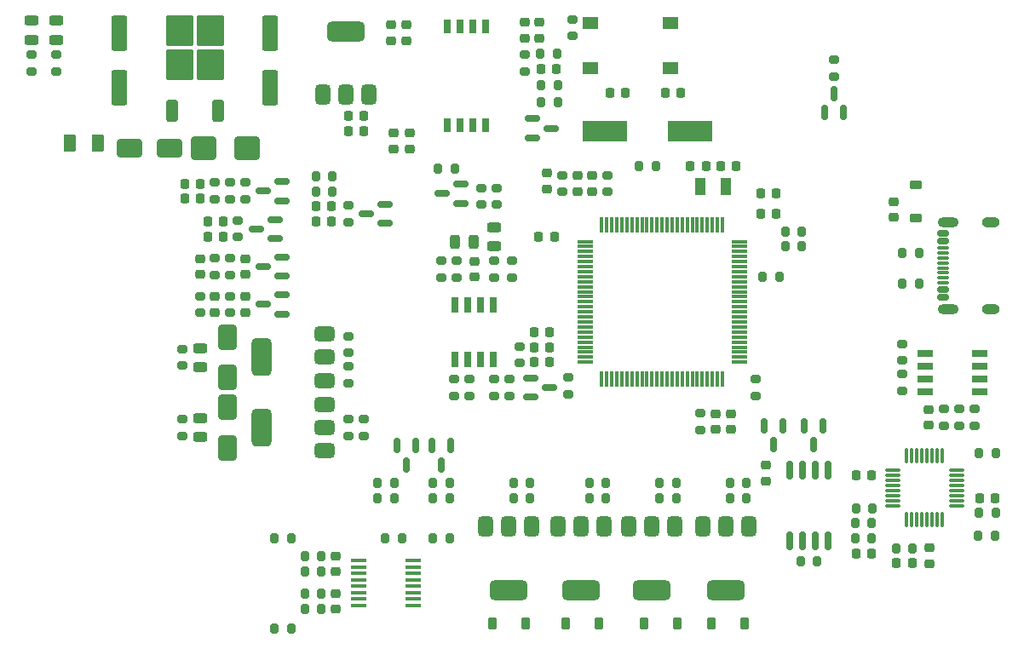
<source format=gbr>
%TF.GenerationSoftware,KiCad,Pcbnew,8.0.6*%
%TF.CreationDate,2025-01-10T15:23:21+07:00*%
%TF.ProjectId,NO2C,4e4f3243-2e6b-4696-9361-645f70636258,vD1*%
%TF.SameCoordinates,Original*%
%TF.FileFunction,Paste,Top*%
%TF.FilePolarity,Positive*%
%FSLAX46Y46*%
G04 Gerber Fmt 4.6, Leading zero omitted, Abs format (unit mm)*
G04 Created by KiCad (PCBNEW 8.0.6) date 2025-01-10 15:23:21*
%MOMM*%
%LPD*%
G01*
G04 APERTURE LIST*
G04 Aperture macros list*
%AMRoundRect*
0 Rectangle with rounded corners*
0 $1 Rounding radius*
0 $2 $3 $4 $5 $6 $7 $8 $9 X,Y pos of 4 corners*
0 Add a 4 corners polygon primitive as box body*
4,1,4,$2,$3,$4,$5,$6,$7,$8,$9,$2,$3,0*
0 Add four circle primitives for the rounded corners*
1,1,$1+$1,$2,$3*
1,1,$1+$1,$4,$5*
1,1,$1+$1,$6,$7*
1,1,$1+$1,$8,$9*
0 Add four rect primitives between the rounded corners*
20,1,$1+$1,$2,$3,$4,$5,0*
20,1,$1+$1,$4,$5,$6,$7,0*
20,1,$1+$1,$6,$7,$8,$9,0*
20,1,$1+$1,$8,$9,$2,$3,0*%
G04 Aperture macros list end*
%ADD10R,1.525000X0.650000*%
%ADD11RoundRect,0.200000X0.275000X-0.200000X0.275000X0.200000X-0.275000X0.200000X-0.275000X-0.200000X0*%
%ADD12RoundRect,0.150000X0.150000X-0.587500X0.150000X0.587500X-0.150000X0.587500X-0.150000X-0.587500X0*%
%ADD13RoundRect,0.225000X-0.250000X0.225000X-0.250000X-0.225000X0.250000X-0.225000X0.250000X0.225000X0*%
%ADD14RoundRect,0.225000X0.225000X0.250000X-0.225000X0.250000X-0.225000X-0.250000X0.225000X-0.250000X0*%
%ADD15RoundRect,0.225000X-0.225000X-0.250000X0.225000X-0.250000X0.225000X0.250000X-0.225000X0.250000X0*%
%ADD16RoundRect,0.225000X0.250000X-0.225000X0.250000X0.225000X-0.250000X0.225000X-0.250000X-0.225000X0*%
%ADD17RoundRect,0.250000X0.550000X-1.500000X0.550000X1.500000X-0.550000X1.500000X-0.550000X-1.500000X0*%
%ADD18RoundRect,0.150000X-0.150000X0.587500X-0.150000X-0.587500X0.150000X-0.587500X0.150000X0.587500X0*%
%ADD19RoundRect,0.250000X1.000000X0.650000X-1.000000X0.650000X-1.000000X-0.650000X1.000000X-0.650000X0*%
%ADD20RoundRect,0.243750X0.456250X-0.243750X0.456250X0.243750X-0.456250X0.243750X-0.456250X-0.243750X0*%
%ADD21RoundRect,0.243750X-0.456250X0.243750X-0.456250X-0.243750X0.456250X-0.243750X0.456250X0.243750X0*%
%ADD22RoundRect,0.243750X0.243750X0.456250X-0.243750X0.456250X-0.243750X-0.456250X0.243750X-0.456250X0*%
%ADD23RoundRect,0.375000X0.625000X0.375000X-0.625000X0.375000X-0.625000X-0.375000X0.625000X-0.375000X0*%
%ADD24RoundRect,0.500000X0.500000X1.400000X-0.500000X1.400000X-0.500000X-1.400000X0.500000X-1.400000X0*%
%ADD25RoundRect,0.375000X-0.375000X0.625000X-0.375000X-0.625000X0.375000X-0.625000X0.375000X0.625000X0*%
%ADD26RoundRect,0.500000X-1.400000X0.500000X-1.400000X-0.500000X1.400000X-0.500000X1.400000X0.500000X0*%
%ADD27RoundRect,0.250000X0.350000X-0.850000X0.350000X0.850000X-0.350000X0.850000X-0.350000X-0.850000X0*%
%ADD28RoundRect,0.250000X1.125000X-1.275000X1.125000X1.275000X-1.125000X1.275000X-1.125000X-1.275000X0*%
%ADD29RoundRect,0.200000X-0.275000X0.200000X-0.275000X-0.200000X0.275000X-0.200000X0.275000X0.200000X0*%
%ADD30RoundRect,0.200000X-0.200000X-0.275000X0.200000X-0.275000X0.200000X0.275000X-0.200000X0.275000X0*%
%ADD31RoundRect,0.200000X0.200000X0.275000X-0.200000X0.275000X-0.200000X-0.275000X0.200000X-0.275000X0*%
%ADD32RoundRect,0.150000X0.587500X0.150000X-0.587500X0.150000X-0.587500X-0.150000X0.587500X-0.150000X0*%
%ADD33RoundRect,0.250000X-0.650000X1.000000X-0.650000X-1.000000X0.650000X-1.000000X0.650000X1.000000X0*%
%ADD34R,0.650000X1.525000*%
%ADD35RoundRect,0.150000X-0.587500X-0.150000X0.587500X-0.150000X0.587500X0.150000X-0.587500X0.150000X0*%
%ADD36R,1.550000X0.435000*%
%ADD37R,1.550000X1.300000*%
%ADD38RoundRect,0.225000X0.225000X0.375000X-0.225000X0.375000X-0.225000X-0.375000X0.225000X-0.375000X0*%
%ADD39RoundRect,0.150000X-0.150000X0.800000X-0.150000X-0.800000X0.150000X-0.800000X0.150000X0.800000X0*%
%ADD40RoundRect,0.250000X0.375000X0.625000X-0.375000X0.625000X-0.375000X-0.625000X0.375000X-0.625000X0*%
%ADD41RoundRect,0.075000X-0.075000X0.725000X-0.075000X-0.725000X0.075000X-0.725000X0.075000X0.725000X0*%
%ADD42RoundRect,0.075000X-0.725000X0.075000X-0.725000X-0.075000X0.725000X-0.075000X0.725000X0.075000X0*%
%ADD43RoundRect,0.225000X-0.375000X0.225000X-0.375000X-0.225000X0.375000X-0.225000X0.375000X0.225000X0*%
%ADD44RoundRect,0.225000X-0.225000X-0.375000X0.225000X-0.375000X0.225000X0.375000X-0.225000X0.375000X0*%
%ADD45RoundRect,0.075000X0.675000X0.075000X-0.675000X0.075000X-0.675000X-0.075000X0.675000X-0.075000X0*%
%ADD46RoundRect,0.075000X0.075000X0.675000X-0.075000X0.675000X-0.075000X-0.675000X0.075000X-0.675000X0*%
%ADD47R,4.500000X2.000000*%
%ADD48R,1.000000X1.800000*%
%ADD49RoundRect,0.150000X0.425000X-0.150000X0.425000X0.150000X-0.425000X0.150000X-0.425000X-0.150000X0*%
%ADD50RoundRect,0.075000X0.500000X-0.075000X0.500000X0.075000X-0.500000X0.075000X-0.500000X-0.075000X0*%
%ADD51O,2.100000X1.000000*%
%ADD52O,1.800000X1.000000*%
%ADD53RoundRect,0.375000X0.375000X-0.625000X0.375000X0.625000X-0.375000X0.625000X-0.375000X-0.625000X0*%
%ADD54RoundRect,0.500000X1.400000X-0.500000X1.400000X0.500000X-1.400000X0.500000X-1.400000X-0.500000X0*%
%ADD55RoundRect,0.250000X0.650000X-1.000000X0.650000X1.000000X-0.650000X1.000000X-0.650000X-1.000000X0*%
%ADD56R,0.690000X1.350000*%
%ADD57RoundRect,0.250000X1.000000X0.900000X-1.000000X0.900000X-1.000000X-0.900000X1.000000X-0.900000X0*%
G04 APERTURE END LIST*
D10*
%TO.C,IC3*%
X96788000Y29655000D03*
X96788000Y28385000D03*
X96788000Y27115000D03*
X96788000Y25845000D03*
X102212000Y25845000D03*
X102212000Y27115000D03*
X102212000Y28385000D03*
X102212000Y29655000D03*
%TD*%
D11*
%TO.C,R62*%
X87750000Y57175000D03*
X87750000Y58825000D03*
%TD*%
D12*
%TO.C,D19*%
X86800000Y53562500D03*
X88700000Y53562500D03*
X87750000Y55437500D03*
%TD*%
D13*
%TO.C,C9*%
X29250000Y35250000D03*
X29250000Y33700000D03*
%TD*%
D14*
%TO.C,C12*%
X82025000Y43500000D03*
X80475000Y43500000D03*
%TD*%
D15*
%TO.C,C13*%
X58425000Y41250000D03*
X59975000Y41250000D03*
%TD*%
D14*
%TO.C,C2*%
X27050000Y41250000D03*
X25500000Y41250000D03*
%TD*%
D16*
%TO.C,C3*%
X52000000Y37225000D03*
X52000000Y38775000D03*
%TD*%
D14*
%TO.C,C19*%
X37850000Y44250000D03*
X36300000Y44250000D03*
%TD*%
D15*
%TO.C,C15*%
X57975000Y30250000D03*
X59525000Y30250000D03*
%TD*%
D16*
%TO.C,C16*%
X59250000Y45975000D03*
X59250000Y47525000D03*
%TD*%
D17*
%TO.C,C5*%
X31750000Y56050000D03*
X31750000Y61450000D03*
%TD*%
D16*
%TO.C,C14*%
X57000000Y60975000D03*
X57000000Y62525000D03*
%TD*%
%TO.C,C11*%
X38250000Y7950000D03*
X38250000Y9500000D03*
%TD*%
D18*
%TO.C,D2*%
X49700000Y20437500D03*
X47800000Y20437500D03*
X48750000Y18562500D03*
%TD*%
D19*
%TO.C,D3*%
X21750000Y50000000D03*
X17750000Y50000000D03*
%TD*%
D20*
%TO.C,LED1*%
X24750000Y28282500D03*
X24750000Y30157500D03*
%TD*%
D21*
%TO.C,LED3*%
X24750000Y23187500D03*
X24750000Y21312500D03*
%TD*%
D22*
%TO.C,LED2*%
X51937500Y40750000D03*
X50062500Y40750000D03*
%TD*%
D21*
%TO.C,LED4*%
X54000000Y42187500D03*
X54000000Y40312500D03*
%TD*%
D23*
%TO.C,Q1*%
X37150000Y26950000D03*
X37150000Y29250000D03*
D24*
X30850000Y29250000D03*
D23*
X37150000Y31550000D03*
%TD*%
%TO.C,Q2*%
X37150000Y19950000D03*
X37150000Y22250000D03*
D24*
X30850000Y22250000D03*
D23*
X37150000Y24550000D03*
%TD*%
D25*
%TO.C,Q5*%
X57700000Y12400000D03*
X55400000Y12400000D03*
D26*
X55400000Y6100000D03*
D25*
X53100000Y12400000D03*
%TD*%
%TO.C,Q6*%
X64925000Y12400000D03*
X62625000Y12400000D03*
D26*
X62625000Y6100000D03*
D25*
X60325000Y12400000D03*
%TD*%
%TO.C,Q3*%
X71950000Y12400000D03*
X69650000Y12400000D03*
D26*
X69650000Y6100000D03*
D25*
X67350000Y12400000D03*
%TD*%
%TO.C,Q4*%
X79300000Y12400000D03*
X77000000Y12400000D03*
D26*
X77000000Y6100000D03*
D25*
X74700000Y12400000D03*
%TD*%
D27*
%TO.C,U1*%
X21970000Y53710000D03*
D28*
X22725000Y58335000D03*
X25775000Y58335000D03*
X22725000Y61685000D03*
X25775000Y61685000D03*
D27*
X26530000Y53710000D03*
%TD*%
D17*
%TO.C,C4*%
X16750000Y56050000D03*
X16750000Y61450000D03*
%TD*%
D29*
%TO.C,R7*%
X39500000Y28325000D03*
X39500000Y26675000D03*
%TD*%
%TO.C,R9*%
X24750000Y35300000D03*
X24750000Y33650000D03*
%TD*%
D30*
%TO.C,R10*%
X36250000Y47250000D03*
X37900000Y47250000D03*
%TD*%
D11*
%TO.C,R6*%
X54000000Y37175000D03*
X54000000Y38825000D03*
%TD*%
%TO.C,R3*%
X48750000Y37175000D03*
X48750000Y38825000D03*
%TD*%
%TO.C,R2*%
X50250000Y37175000D03*
X50250000Y38825000D03*
%TD*%
D31*
%TO.C,R8*%
X82325000Y37250000D03*
X80675000Y37250000D03*
%TD*%
%TO.C,R11*%
X37900000Y45725000D03*
X36250000Y45725000D03*
%TD*%
D14*
%TO.C,C1*%
X27050000Y42750000D03*
X25500000Y42750000D03*
%TD*%
D29*
%TO.C,R1*%
X23000000Y30075000D03*
X23000000Y28425000D03*
%TD*%
%TO.C,R4*%
X28525000Y42825000D03*
X28525000Y41175000D03*
%TD*%
D31*
%TO.C,R12*%
X50075000Y48000000D03*
X48425000Y48000000D03*
%TD*%
D29*
%TO.C,R13*%
X54250000Y46075000D03*
X54250000Y44425000D03*
%TD*%
D32*
%TO.C,Q7*%
X50687500Y44550000D03*
X50687500Y46450000D03*
X48812500Y45500000D03*
%TD*%
D15*
%TO.C,C22*%
X57975000Y28750000D03*
X59525000Y28750000D03*
%TD*%
D29*
%TO.C,R14*%
X50000000Y27075000D03*
X50000000Y25425000D03*
%TD*%
D16*
%TO.C,C8*%
X26250000Y33700000D03*
X26250000Y35250000D03*
%TD*%
D14*
%TO.C,C21*%
X82025000Y45500000D03*
X80475000Y45500000D03*
%TD*%
%TO.C,C20*%
X37850000Y42750000D03*
X36300000Y42750000D03*
%TD*%
D11*
%TO.C,R5*%
X39500000Y29675000D03*
X39500000Y31325000D03*
%TD*%
D33*
%TO.C,D1*%
X27500000Y31220000D03*
X27500000Y27220000D03*
%TD*%
D34*
%TO.C,IC1*%
X50095000Y29038000D03*
X51365000Y29038000D03*
X52635000Y29038000D03*
X53905000Y29038000D03*
X53905000Y34462000D03*
X52635000Y34462000D03*
X51365000Y34462000D03*
X50095000Y34462000D03*
%TD*%
D32*
%TO.C,D6*%
X32212500Y41050000D03*
X32212500Y42950000D03*
X30337500Y42000000D03*
%TD*%
D35*
%TO.C,D5*%
X57625000Y27200000D03*
X57625000Y25300000D03*
X59500000Y26250000D03*
%TD*%
D11*
%TO.C,R15*%
X61375000Y25575000D03*
X61375000Y27225000D03*
%TD*%
D16*
%TO.C,C18*%
X45633000Y49955000D03*
X45633000Y51505000D03*
%TD*%
%TO.C,C17*%
X44000000Y49975000D03*
X44000000Y51525000D03*
%TD*%
D15*
%TO.C,C28*%
X57975000Y31750000D03*
X59525000Y31750000D03*
%TD*%
D30*
%TO.C,R34*%
X47925000Y11250000D03*
X49575000Y11250000D03*
%TD*%
D32*
%TO.C,D8*%
X32937500Y37300000D03*
X32937500Y39200000D03*
X31062500Y38250000D03*
%TD*%
D35*
%TO.C,D17*%
X57812500Y52950000D03*
X57812500Y51050000D03*
X59687500Y52000000D03*
%TD*%
D18*
%TO.C,D20*%
X86700000Y22437500D03*
X84800000Y22437500D03*
X85750000Y20562500D03*
%TD*%
D15*
%TO.C,C31*%
X76475000Y48250000D03*
X78025000Y48250000D03*
%TD*%
%TO.C,C36*%
X93975000Y8750000D03*
X95525000Y8750000D03*
%TD*%
D29*
%TO.C,R84*%
X94500000Y30575000D03*
X94500000Y28925000D03*
%TD*%
D11*
%TO.C,R33*%
X41000000Y21425000D03*
X41000000Y23075000D03*
%TD*%
D36*
%TO.C,U3*%
X45950000Y4576000D03*
X45950000Y5210000D03*
X45950000Y5846000D03*
X45950000Y6480000D03*
X45950000Y7116000D03*
X45950000Y7750000D03*
X45950000Y8386000D03*
X45950000Y9020000D03*
X40500000Y9020000D03*
X40500000Y8386000D03*
X40500000Y7750000D03*
X40500000Y7116000D03*
X40500000Y6480000D03*
X40500000Y5846000D03*
X40500000Y5210000D03*
X40500000Y4576000D03*
%TD*%
D32*
%TO.C,D18*%
X43187500Y42550000D03*
X43187500Y44450000D03*
X41312500Y43500000D03*
%TD*%
D29*
%TO.C,R19*%
X51500000Y27075000D03*
X51500000Y25425000D03*
%TD*%
D30*
%TO.C,R21*%
X42425000Y16750000D03*
X44075000Y16750000D03*
%TD*%
D16*
%TO.C,C39*%
X93700000Y43175000D03*
X93700000Y44725000D03*
%TD*%
D31*
%TO.C,R42*%
X79075000Y16750000D03*
X77425000Y16750000D03*
%TD*%
%TO.C,R75*%
X95575000Y10250000D03*
X93925000Y10250000D03*
%TD*%
%TO.C,R77*%
X103825000Y13750000D03*
X102175000Y13750000D03*
%TD*%
%TO.C,R44*%
X57575000Y16750000D03*
X55925000Y16750000D03*
%TD*%
D11*
%TO.C,R85*%
X94500000Y25925000D03*
X94500000Y27575000D03*
%TD*%
D29*
%TO.C,R66*%
X56500000Y30325000D03*
X56500000Y28675000D03*
%TD*%
D18*
%TO.C,D14*%
X46200000Y20437500D03*
X44300000Y20437500D03*
X45250000Y18562500D03*
%TD*%
D37*
%TO.C,SW1*%
X71475000Y58000000D03*
X63525000Y58000000D03*
X71475000Y62500000D03*
X63525000Y62500000D03*
%TD*%
D38*
%TO.C,D9*%
X72150000Y2750000D03*
X68850000Y2750000D03*
%TD*%
D30*
%TO.C,R59*%
X58675000Y56250000D03*
X60325000Y56250000D03*
%TD*%
D18*
%TO.C,D21*%
X82700000Y22437500D03*
X80800000Y22437500D03*
X81750000Y20562500D03*
%TD*%
D16*
%TO.C,C42*%
X43740000Y60725000D03*
X43740000Y62275000D03*
%TD*%
D39*
%TO.C,U5*%
X87155000Y18000000D03*
X85885000Y18000000D03*
X84615000Y18000000D03*
X83345000Y18000000D03*
X83345000Y11000000D03*
X84615000Y11000000D03*
X85885000Y11000000D03*
X87155000Y11000000D03*
%TD*%
D11*
%TO.C,R39*%
X65250000Y45675000D03*
X65250000Y47325000D03*
%TD*%
%TO.C,R36*%
X27750000Y33650000D03*
X27750000Y35300000D03*
%TD*%
D14*
%TO.C,C40*%
X41025000Y51750000D03*
X39475000Y51750000D03*
%TD*%
D38*
%TO.C,D12*%
X57150000Y2750000D03*
X53850000Y2750000D03*
%TD*%
D11*
%TO.C,R38*%
X60750000Y45675000D03*
X60750000Y47325000D03*
%TD*%
D40*
%TO.C,F1*%
X14650000Y50500000D03*
X11850000Y50500000D03*
%TD*%
D13*
%TO.C,C25*%
X62250000Y47275000D03*
X62250000Y45725000D03*
%TD*%
D30*
%TO.C,R73*%
X82925000Y40250000D03*
X84575000Y40250000D03*
%TD*%
%TO.C,R86*%
X102175000Y19750000D03*
X103825000Y19750000D03*
%TD*%
D15*
%TO.C,C48*%
X89975000Y17500000D03*
X91525000Y17500000D03*
%TD*%
D13*
%TO.C,C10*%
X38250000Y5750000D03*
X38250000Y4200000D03*
%TD*%
D14*
%TO.C,C32*%
X24775000Y46500000D03*
X23225000Y46500000D03*
%TD*%
D29*
%TO.C,R51*%
X39490000Y44325000D03*
X39490000Y42675000D03*
%TD*%
D30*
%TO.C,R20*%
X47925000Y16750000D03*
X49575000Y16750000D03*
%TD*%
D21*
%TO.C,LED6*%
X8000000Y62687500D03*
X8000000Y60812500D03*
%TD*%
D13*
%TO.C,C7*%
X29250000Y39025000D03*
X29250000Y37475000D03*
%TD*%
D30*
%TO.C,R70*%
X84425000Y9000000D03*
X86075000Y9000000D03*
%TD*%
D41*
%TO.C,U2*%
X76675000Y42425000D03*
X76175000Y42425000D03*
X75675000Y42425000D03*
X75175000Y42425000D03*
X74675000Y42425000D03*
X74175000Y42425000D03*
X73675000Y42425000D03*
X73175000Y42425000D03*
X72675000Y42425000D03*
X72175000Y42425000D03*
X71675000Y42425000D03*
X71175000Y42425000D03*
X70675000Y42425000D03*
X70175000Y42425000D03*
X69675000Y42425000D03*
X69175000Y42425000D03*
X68675000Y42425000D03*
X68175000Y42425000D03*
X67675000Y42425000D03*
X67175000Y42425000D03*
X66675000Y42425000D03*
X66175000Y42425000D03*
X65675000Y42425000D03*
X65175000Y42425000D03*
X64675000Y42425000D03*
D42*
X63000000Y40750000D03*
X63000000Y40250000D03*
X63000000Y39750000D03*
X63000000Y39250000D03*
X63000000Y38750000D03*
X63000000Y38250000D03*
X63000000Y37750000D03*
X63000000Y37250000D03*
X63000000Y36750000D03*
X63000000Y36250000D03*
X63000000Y35750000D03*
X63000000Y35250000D03*
X63000000Y34750000D03*
X63000000Y34250000D03*
X63000000Y33750000D03*
X63000000Y33250000D03*
X63000000Y32750000D03*
X63000000Y32250000D03*
X63000000Y31750000D03*
X63000000Y31250000D03*
X63000000Y30750000D03*
X63000000Y30250000D03*
X63000000Y29750000D03*
X63000000Y29250000D03*
X63000000Y28750000D03*
D41*
X64675000Y27075000D03*
X65175000Y27075000D03*
X65675000Y27075000D03*
X66175000Y27075000D03*
X66675000Y27075000D03*
X67175000Y27075000D03*
X67675000Y27075000D03*
X68175000Y27075000D03*
X68675000Y27075000D03*
X69175000Y27075000D03*
X69675000Y27075000D03*
X70175000Y27075000D03*
X70675000Y27075000D03*
X71175000Y27075000D03*
X71675000Y27075000D03*
X72175000Y27075000D03*
X72675000Y27075000D03*
X73175000Y27075000D03*
X73675000Y27075000D03*
X74175000Y27075000D03*
X74675000Y27075000D03*
X75175000Y27075000D03*
X75675000Y27075000D03*
X76175000Y27075000D03*
X76675000Y27075000D03*
D42*
X78350000Y28750000D03*
X78350000Y29250000D03*
X78350000Y29750000D03*
X78350000Y30250000D03*
X78350000Y30750000D03*
X78350000Y31250000D03*
X78350000Y31750000D03*
X78350000Y32250000D03*
X78350000Y32750000D03*
X78350000Y33250000D03*
X78350000Y33750000D03*
X78350000Y34250000D03*
X78350000Y34750000D03*
X78350000Y35250000D03*
X78350000Y35750000D03*
X78350000Y36250000D03*
X78350000Y36750000D03*
X78350000Y37250000D03*
X78350000Y37750000D03*
X78350000Y38250000D03*
X78350000Y38750000D03*
X78350000Y39250000D03*
X78350000Y39750000D03*
X78350000Y40250000D03*
X78350000Y40750000D03*
%TD*%
D14*
%TO.C,C37*%
X91525000Y9750000D03*
X89975000Y9750000D03*
%TD*%
D11*
%TO.C,R29*%
X55750000Y37175000D03*
X55750000Y38825000D03*
%TD*%
D43*
%TO.C,D4*%
X95900000Y46350000D03*
X95900000Y43050000D03*
%TD*%
D31*
%TO.C,R52*%
X72075000Y15250000D03*
X70425000Y15250000D03*
%TD*%
%TO.C,R37*%
X72075000Y16750000D03*
X70425000Y16750000D03*
%TD*%
D11*
%TO.C,R57*%
X29250000Y44950000D03*
X29250000Y46600000D03*
%TD*%
D30*
%TO.C,R76*%
X102075000Y11500000D03*
X103725000Y11500000D03*
%TD*%
D11*
%TO.C,R31*%
X39500000Y21425000D03*
X39500000Y23075000D03*
%TD*%
D31*
%TO.C,R78*%
X91500000Y12750000D03*
X89850000Y12750000D03*
%TD*%
%TO.C,R72*%
X96225000Y39650000D03*
X94575000Y39650000D03*
%TD*%
D11*
%TO.C,R27*%
X23000000Y21425000D03*
X23000000Y23075000D03*
%TD*%
D16*
%TO.C,C34*%
X58500000Y60975000D03*
X58500000Y62525000D03*
%TD*%
D32*
%TO.C,D13*%
X32937500Y44800000D03*
X32937500Y46700000D03*
X31062500Y45750000D03*
%TD*%
D16*
%TO.C,C6*%
X24750000Y37475000D03*
X24750000Y39025000D03*
%TD*%
D30*
%TO.C,R48*%
X35175000Y9475000D03*
X36825000Y9475000D03*
%TD*%
D14*
%TO.C,C27*%
X67025000Y55500000D03*
X65475000Y55500000D03*
%TD*%
%TO.C,C35*%
X60162500Y57925000D03*
X58612500Y57925000D03*
%TD*%
D32*
%TO.C,D10*%
X32937500Y33550000D03*
X32937500Y35450000D03*
X31062500Y34500000D03*
%TD*%
D14*
%TO.C,C47*%
X103775000Y15250000D03*
X102225000Y15250000D03*
%TD*%
D15*
%TO.C,C26*%
X70975000Y55500000D03*
X72525000Y55500000D03*
%TD*%
D11*
%TO.C,R83*%
X98700000Y22425000D03*
X98700000Y24075000D03*
%TD*%
%TO.C,R30*%
X27750000Y37425000D03*
X27750000Y39075000D03*
%TD*%
D31*
%TO.C,R61*%
X65075000Y15250000D03*
X63425000Y15250000D03*
%TD*%
D30*
%TO.C,R46*%
X35175000Y4250000D03*
X36825000Y4250000D03*
%TD*%
D11*
%TO.C,R55*%
X27750000Y44950000D03*
X27750000Y46600000D03*
%TD*%
%TO.C,R41*%
X74500000Y22025000D03*
X74500000Y23675000D03*
%TD*%
%TO.C,R16*%
X61750000Y61175000D03*
X61750000Y62825000D03*
%TD*%
D29*
%TO.C,R82*%
X100200000Y24075000D03*
X100200000Y22425000D03*
%TD*%
%TO.C,R32*%
X54000000Y27075000D03*
X54000000Y25425000D03*
%TD*%
D44*
%TO.C,D11*%
X75600000Y2750000D03*
X78900000Y2750000D03*
%TD*%
D13*
%TO.C,C45*%
X97200000Y24025000D03*
X97200000Y22475000D03*
%TD*%
D14*
%TO.C,C30*%
X75025000Y48250000D03*
X73475000Y48250000D03*
%TD*%
D45*
%TO.C,U7*%
X99925000Y14500000D03*
X99925000Y15000000D03*
X99925000Y15500000D03*
X99925000Y16000000D03*
X99925000Y16500000D03*
X99925000Y17000000D03*
X99925000Y17500000D03*
X99925000Y18000000D03*
D46*
X98500000Y19425000D03*
X98000000Y19425000D03*
X97500000Y19425000D03*
X97000000Y19425000D03*
X96500000Y19425000D03*
X96000000Y19425000D03*
X95500000Y19425000D03*
X95000000Y19425000D03*
D45*
X93575000Y18000000D03*
X93575000Y17500000D03*
X93575000Y17000000D03*
X93575000Y16500000D03*
X93575000Y16000000D03*
X93575000Y15500000D03*
X93575000Y15000000D03*
X93575000Y14500000D03*
D46*
X95000000Y13075000D03*
X95500000Y13075000D03*
X96000000Y13075000D03*
X96500000Y13075000D03*
X97000000Y13075000D03*
X97500000Y13075000D03*
X98000000Y13075000D03*
X98500000Y13075000D03*
%TD*%
D31*
%TO.C,R53*%
X79075000Y15250000D03*
X77425000Y15250000D03*
%TD*%
D29*
%TO.C,R45*%
X57000000Y59325000D03*
X57000000Y57675000D03*
%TD*%
%TO.C,R81*%
X101700000Y24075000D03*
X101700000Y22425000D03*
%TD*%
%TO.C,R28*%
X55500000Y27075000D03*
X55500000Y25425000D03*
%TD*%
D31*
%TO.C,R23*%
X33825000Y2250000D03*
X32175000Y2250000D03*
%TD*%
D14*
%TO.C,C41*%
X41025000Y53250000D03*
X39475000Y53250000D03*
%TD*%
D21*
%TO.C,LED5*%
X10500000Y62687500D03*
X10500000Y60812500D03*
%TD*%
D31*
%TO.C,R35*%
X44825000Y11250000D03*
X43175000Y11250000D03*
%TD*%
D30*
%TO.C,R25*%
X42400000Y15250000D03*
X44050000Y15250000D03*
%TD*%
D16*
%TO.C,C23*%
X77500000Y22075000D03*
X77500000Y23625000D03*
%TD*%
D30*
%TO.C,R79*%
X89925000Y14250000D03*
X91575000Y14250000D03*
%TD*%
%TO.C,R49*%
X35175000Y7975000D03*
X36825000Y7975000D03*
%TD*%
D31*
%TO.C,R50*%
X65075000Y16750000D03*
X63425000Y16750000D03*
%TD*%
D30*
%TO.C,R47*%
X35175000Y5725000D03*
X36825000Y5725000D03*
%TD*%
D29*
%TO.C,R22*%
X26250000Y39075000D03*
X26250000Y37425000D03*
%TD*%
D47*
%TO.C,Y1*%
X73475000Y51750000D03*
X64975000Y51750000D03*
%TD*%
D48*
%TO.C,Y2*%
X74500000Y46250000D03*
X77000000Y46250000D03*
%TD*%
D13*
%TO.C,C24*%
X63750000Y47275000D03*
X63750000Y45725000D03*
%TD*%
D31*
%TO.C,R40*%
X70050000Y48250000D03*
X68400000Y48250000D03*
%TD*%
D30*
%TO.C,R60*%
X58675000Y54625000D03*
X60325000Y54625000D03*
%TD*%
D31*
%TO.C,R80*%
X91500000Y11250000D03*
X89850000Y11250000D03*
%TD*%
D11*
%TO.C,R65*%
X52687500Y44425000D03*
X52687500Y46075000D03*
%TD*%
D29*
%TO.C,R17*%
X10500000Y59325000D03*
X10500000Y57675000D03*
%TD*%
D16*
%TO.C,C46*%
X97250000Y8725000D03*
X97250000Y10275000D03*
%TD*%
D30*
%TO.C,R24*%
X47925000Y15250000D03*
X49575000Y15250000D03*
%TD*%
D49*
%TO.C,J2*%
X98570000Y35175000D03*
X98570000Y35975000D03*
D50*
X98570000Y37125000D03*
X98570000Y38125000D03*
X98570000Y38625000D03*
X98570000Y39625000D03*
D49*
X98570000Y40775000D03*
X98570000Y41575000D03*
X98570000Y41575000D03*
X98570000Y40775000D03*
D50*
X98570000Y40125000D03*
X98570000Y39125000D03*
X98570000Y37625000D03*
X98570000Y36625000D03*
D49*
X98570000Y35975000D03*
X98570000Y35175000D03*
D51*
X99145000Y34055000D03*
D52*
X103325000Y34055000D03*
D51*
X99145000Y42695000D03*
D52*
X103325000Y42695000D03*
%TD*%
D53*
%TO.C,U6*%
X36950000Y55350000D03*
X39250000Y55350000D03*
D54*
X39250000Y61650000D03*
D53*
X41550000Y55350000D03*
%TD*%
D55*
%TO.C,D15*%
X27500000Y20250000D03*
X27500000Y24250000D03*
%TD*%
D31*
%TO.C,R56*%
X57575000Y15250000D03*
X55925000Y15250000D03*
%TD*%
D16*
%TO.C,C29*%
X76000000Y22075000D03*
X76000000Y23625000D03*
%TD*%
D29*
%TO.C,R43*%
X80000000Y27075000D03*
X80000000Y25425000D03*
%TD*%
%TO.C,R54*%
X26250000Y46600000D03*
X26250000Y44950000D03*
%TD*%
D31*
%TO.C,R26*%
X33825000Y11250000D03*
X32175000Y11250000D03*
%TD*%
%TO.C,R71*%
X96225000Y36550000D03*
X94575000Y36550000D03*
%TD*%
D44*
%TO.C,D16*%
X61100000Y2750000D03*
X64400000Y2750000D03*
%TD*%
D16*
%TO.C,C44*%
X81000000Y16950000D03*
X81000000Y18500000D03*
%TD*%
D14*
%TO.C,C33*%
X24775000Y45000000D03*
X23225000Y45000000D03*
%TD*%
D30*
%TO.C,R58*%
X58562500Y59425000D03*
X60212500Y59425000D03*
%TD*%
D16*
%TO.C,C43*%
X45250000Y60725000D03*
X45250000Y62275000D03*
%TD*%
D56*
%TO.C,IC2*%
X49345000Y52335000D03*
X50615000Y52335000D03*
X51885000Y52335000D03*
X53155000Y52335000D03*
X53155000Y62165000D03*
X51885000Y62165000D03*
X50615000Y62165000D03*
X49345000Y62165000D03*
%TD*%
D11*
%TO.C,R18*%
X8000000Y57675000D03*
X8000000Y59325000D03*
%TD*%
D30*
%TO.C,R69*%
X82925000Y41750000D03*
X84575000Y41750000D03*
%TD*%
D57*
%TO.C,D7*%
X29400000Y50000000D03*
X25100000Y50000000D03*
%TD*%
M02*

</source>
